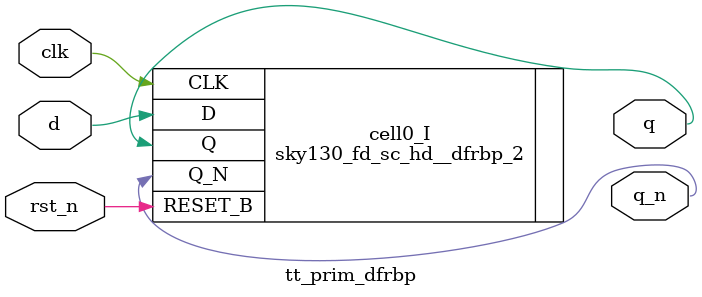
<source format=v>

/*
 * tt_prim_dfrbp.v
 *
 * TT Primitive
 * FF with positive edge clock, inverted reset, complementary outputs
 *
 * Copyright (c) 2023 Sylvain Munaut <tnt@246tNt.com>
 * SPDX-License-Identifier: Apache-2.0
 */

`default_nettype none

module tt_prim_dfrbp (
	input  wire d,
	output wire q,
	output wire q_n,
	input  wire clk,
	input  wire rst_n
);

	sky130_fd_sc_hd__dfrbp_2 cell0_I (
`ifdef WITH_POWER
		.VPWR (1'b1),
		.VGND (1'b0),
		.VPB  (1'b1),
		.VNB  (1'b0),
`endif
		.D       (d),
		.Q       (q),
		.Q_N     (q_n),
		.CLK     (clk),
		.RESET_B (rst_n)
	);

endmodule // tt_prim_dfrbp

</source>
